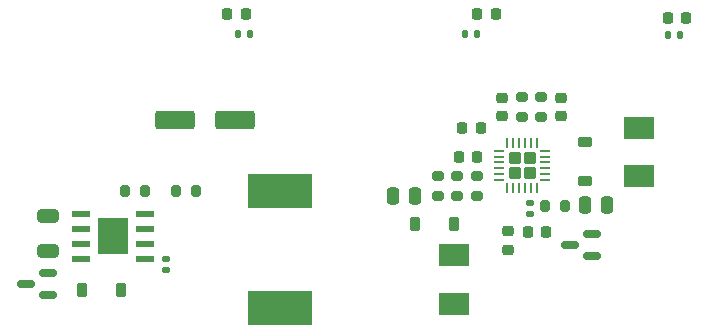
<source format=gtp>
G04 #@! TF.GenerationSoftware,KiCad,Pcbnew,7.0.7*
G04 #@! TF.CreationDate,2023-09-29T07:28:47+02:00*
G04 #@! TF.ProjectId,shmoergh-dual-rail-psu,73686d6f-6572-4676-982d-6475616c2d72,rev?*
G04 #@! TF.SameCoordinates,Original*
G04 #@! TF.FileFunction,Paste,Top*
G04 #@! TF.FilePolarity,Positive*
%FSLAX46Y46*%
G04 Gerber Fmt 4.6, Leading zero omitted, Abs format (unit mm)*
G04 Created by KiCad (PCBNEW 7.0.7) date 2023-09-29 07:28:47*
%MOMM*%
%LPD*%
G01*
G04 APERTURE LIST*
G04 Aperture macros list*
%AMRoundRect*
0 Rectangle with rounded corners*
0 $1 Rounding radius*
0 $2 $3 $4 $5 $6 $7 $8 $9 X,Y pos of 4 corners*
0 Add a 4 corners polygon primitive as box body*
4,1,4,$2,$3,$4,$5,$6,$7,$8,$9,$2,$3,0*
0 Add four circle primitives for the rounded corners*
1,1,$1+$1,$2,$3*
1,1,$1+$1,$4,$5*
1,1,$1+$1,$6,$7*
1,1,$1+$1,$8,$9*
0 Add four rect primitives between the rounded corners*
20,1,$1+$1,$2,$3,$4,$5,0*
20,1,$1+$1,$4,$5,$6,$7,0*
20,1,$1+$1,$6,$7,$8,$9,0*
20,1,$1+$1,$8,$9,$2,$3,0*%
G04 Aperture macros list end*
%ADD10RoundRect,0.135000X0.135000X0.185000X-0.135000X0.185000X-0.135000X-0.185000X0.135000X-0.185000X0*%
%ADD11RoundRect,0.200000X0.200000X0.275000X-0.200000X0.275000X-0.200000X-0.275000X0.200000X-0.275000X0*%
%ADD12R,5.400000X2.900000*%
%ADD13R,2.500000X1.900000*%
%ADD14RoundRect,0.218750X0.218750X0.256250X-0.218750X0.256250X-0.218750X-0.256250X0.218750X-0.256250X0*%
%ADD15RoundRect,0.200000X-0.275000X0.200000X-0.275000X-0.200000X0.275000X-0.200000X0.275000X0.200000X0*%
%ADD16RoundRect,0.225000X0.250000X-0.225000X0.250000X0.225000X-0.250000X0.225000X-0.250000X-0.225000X0*%
%ADD17RoundRect,0.150000X0.587500X0.150000X-0.587500X0.150000X-0.587500X-0.150000X0.587500X-0.150000X0*%
%ADD18RoundRect,0.250000X0.650000X-0.325000X0.650000X0.325000X-0.650000X0.325000X-0.650000X-0.325000X0*%
%ADD19RoundRect,0.225000X-0.375000X0.225000X-0.375000X-0.225000X0.375000X-0.225000X0.375000X0.225000X0*%
%ADD20RoundRect,0.140000X-0.170000X0.140000X-0.170000X-0.140000X0.170000X-0.140000X0.170000X0.140000X0*%
%ADD21RoundRect,0.200000X0.275000X-0.200000X0.275000X0.200000X-0.275000X0.200000X-0.275000X-0.200000X0*%
%ADD22RoundRect,0.225000X0.225000X0.250000X-0.225000X0.250000X-0.225000X-0.250000X0.225000X-0.250000X0*%
%ADD23RoundRect,0.225000X-0.225000X-0.375000X0.225000X-0.375000X0.225000X0.375000X-0.225000X0.375000X0*%
%ADD24RoundRect,0.225000X-0.250000X0.225000X-0.250000X-0.225000X0.250000X-0.225000X0.250000X0.225000X0*%
%ADD25RoundRect,0.135000X-0.135000X-0.185000X0.135000X-0.185000X0.135000X0.185000X-0.135000X0.185000X0*%
%ADD26RoundRect,0.250000X0.275000X-0.275000X0.275000X0.275000X-0.275000X0.275000X-0.275000X-0.275000X0*%
%ADD27RoundRect,0.062500X0.062500X-0.350000X0.062500X0.350000X-0.062500X0.350000X-0.062500X-0.350000X0*%
%ADD28RoundRect,0.062500X0.350000X-0.062500X0.350000X0.062500X-0.350000X0.062500X-0.350000X-0.062500X0*%
%ADD29R,2.600000X3.100000*%
%ADD30R,1.550000X0.600000*%
%ADD31RoundRect,0.250000X-0.250000X-0.475000X0.250000X-0.475000X0.250000X0.475000X-0.250000X0.475000X0*%
%ADD32RoundRect,0.250000X1.412500X0.550000X-1.412500X0.550000X-1.412500X-0.550000X1.412500X-0.550000X0*%
%ADD33RoundRect,0.250000X0.250000X0.475000X-0.250000X0.475000X-0.250000X-0.475000X0.250000X-0.475000X0*%
G04 APERTURE END LIST*
D10*
X57527000Y-66675000D03*
X58547000Y-66675000D03*
D11*
X47993800Y-79956600D03*
X49643800Y-79956600D03*
D12*
X61137800Y-79959600D03*
X61137800Y-89859600D03*
D13*
X75873100Y-89493800D03*
X75873100Y-85393800D03*
D14*
X79400500Y-65000750D03*
X77825500Y-65000750D03*
D15*
X81588100Y-72031800D03*
X81588100Y-73681800D03*
D16*
X79937100Y-73631800D03*
X79937100Y-72081800D03*
D17*
X87544600Y-85496400D03*
X87544600Y-83596400D03*
X85669600Y-84546400D03*
D14*
X95529500Y-65278000D03*
X93954500Y-65278000D03*
D18*
X41452800Y-82115600D03*
X41452800Y-85065600D03*
D19*
X86922100Y-75794600D03*
X86922100Y-79094600D03*
D20*
X82321400Y-80977800D03*
X82321400Y-81937800D03*
D15*
X77778100Y-78699800D03*
X77778100Y-80349800D03*
D21*
X76127100Y-80349800D03*
X76127100Y-78699800D03*
D16*
X80445100Y-84934800D03*
X80445100Y-83384800D03*
D22*
X83646100Y-83397800D03*
X82096100Y-83397800D03*
D21*
X74476100Y-80348800D03*
X74476100Y-78698800D03*
D23*
X47674800Y-88338600D03*
X44374800Y-88338600D03*
D20*
X51485800Y-86659600D03*
X51485800Y-85699600D03*
D24*
X84890100Y-72081800D03*
X84890100Y-73631800D03*
D22*
X77804100Y-77047800D03*
X76254100Y-77047800D03*
D17*
X39573200Y-87833200D03*
X41448200Y-86883200D03*
X41448200Y-88783200D03*
D14*
X56661502Y-64955200D03*
X58236502Y-64955200D03*
D25*
X76807600Y-66677150D03*
X77827600Y-66677150D03*
D26*
X80970600Y-78439800D03*
X82270600Y-78439800D03*
X80970600Y-77139800D03*
X82270600Y-77139800D03*
D27*
X80370600Y-79727300D03*
X80870600Y-79727300D03*
X81370600Y-79727300D03*
X81870600Y-79727300D03*
X82370600Y-79727300D03*
X82870600Y-79727300D03*
D28*
X83558100Y-79039800D03*
X83558100Y-78539800D03*
X83558100Y-78039800D03*
X83558100Y-77539800D03*
X83558100Y-77039800D03*
X83558100Y-76539800D03*
D27*
X82870600Y-75852300D03*
X82370600Y-75852300D03*
X81870600Y-75852300D03*
X81370600Y-75852300D03*
X80870600Y-75852300D03*
X80370600Y-75852300D03*
D28*
X79683100Y-76539800D03*
X79683100Y-77039800D03*
X79683100Y-77539800D03*
X79683100Y-78039800D03*
X79683100Y-78539800D03*
X79683100Y-79039800D03*
D11*
X52311800Y-79956600D03*
X53961800Y-79956600D03*
D29*
X47005800Y-83801600D03*
D30*
X44305800Y-85706600D03*
X44305800Y-84436600D03*
X44305800Y-83166600D03*
X44305800Y-81896600D03*
X49705800Y-81896600D03*
X49705800Y-83166600D03*
X49705800Y-84436600D03*
X49705800Y-85706600D03*
D23*
X72571100Y-82762800D03*
X75871100Y-82762800D03*
D13*
X91494100Y-74616800D03*
X91494100Y-78716800D03*
D15*
X83239100Y-72031800D03*
X83239100Y-73681800D03*
D10*
X94972600Y-66725800D03*
X93952600Y-66725800D03*
D22*
X78092600Y-74625200D03*
X76542600Y-74625200D03*
D31*
X86934000Y-81102200D03*
X88834000Y-81102200D03*
D32*
X52250300Y-73987600D03*
X57325300Y-73987600D03*
D11*
X85229200Y-81238800D03*
X83579200Y-81238800D03*
D33*
X72571100Y-80349800D03*
X70671100Y-80349800D03*
M02*

</source>
